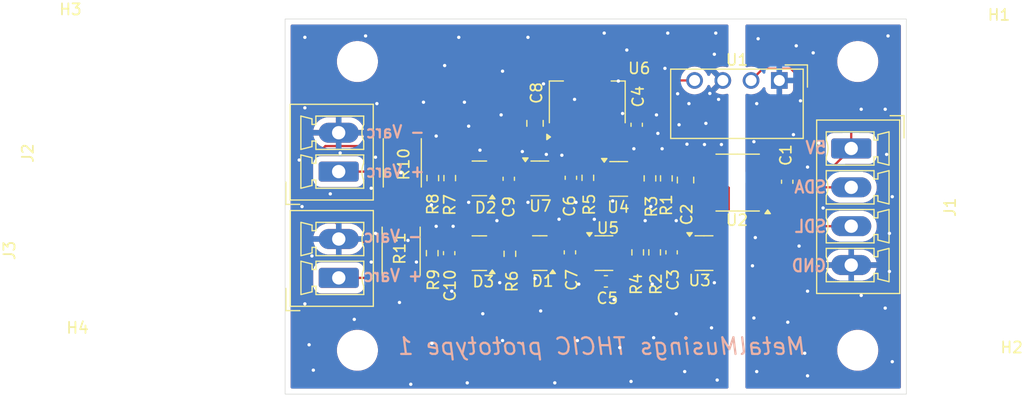
<source format=kicad_pcb>
(kicad_pcb (version 20240108) (generator "pcbnew") (generator_version "8.0")
  (layers (0 "F.Cu" signal) (31 "B.Cu" signal) (34 "B.Paste" user) (35 "F.Paste" user) (36 "B.SilkS" user "B.Silkscreen") (37 "F.SilkS" user "F.Silkscreen") (38 "B.Mask" user) (39 "F.Mask" user) (44 "Edge.Cuts" user))
  (net 0 "")
  (net 1 "GND")
  (net 2 "5V")
  (net 3 "Net-(D1-COM)")
  (net 4 "GND_ISO")
  (net 5 "Net-(U1-+Vout)")
  (net 6 "VCC_ISO")
  (net 7 "Net-(D3-COM)")
  (net 8 "Net-(J1-Pin_2)")
  (net 9 "Net-(J1-Pin_3)")
  (net 10 "Net-(U4-AIN)")
  (net 11 "Net-(U2-SDA2)")
  (net 12 "Net-(U2-SCL2)")
  (net 13 "Net-(U3-AIN)")
  (net 14 "Net-(D2-COM)")
  (net 15 "Net-(J2-Pin_1)")
  (net 16 "Net-(J3-Pin_1)")
  (net 17 "Net-(U7--)")
  (net 18 "Net-(R10-Pad2)")
  (net 19 "Net-(C5-Pad2)")
  (footprint "Package_TO_SOT_SMD:SOT-23-5" (layer "F.Cu") (at 172.4969 96.5708)
    (property "Reference" "U4" (at -0.0309 2.54 0) (layer "F.SilkS"))
    (property "Value" "MCP3221")
    (pad "1" smd roundrect (at -1.1375 -0.95) (size 1.325 0.6) (layers "F.Cu" "F.Paste" "F.Mask") (net 6 "VCC_ISO"))
    (pad "2" smd roundrect (at -1.1375 0) (size 1.325 0.6) (layers "F.Cu" "F.Paste" "F.Mask") (net 4 "GND_ISO"))
    (pad "3" smd roundrect (at -1.1375 0.95) (size 1.325 0.6) (layers "F.Cu" "F.Paste" "F.Mask") (net 10 "Net-(U4-AIN)"))
    (pad "4" smd roundrect (at 1.1375 0.95) (size 1.325 0.6) (layers "F.Cu" "F.Paste" "F.Mask") (net 11 "Net-(U2-SDA2)"))
    (pad "5" smd roundrect (at 1.1375 -0.95) (size 1.325 0.6) (layers "F.Cu" "F.Paste" "F.Mask") (net 12 "Net-(U2-SCL2)"))
  )
  (footprint "Package_TO_SOT_SMD:SOT-23-5" (layer "F.Cu") (at 165.4048 96.52)
    (property "Reference" "U7" (at 0.0508 2.4892 0) (layer "F.SilkS"))
    (property "Value" "LMV321")
    (pad "1" smd roundrect (at -1.1375 -0.95) (size 1.325 0.6) (layers "F.Cu" "F.Paste" "F.Mask") (net 14 "Net-(D2-COM)"))
    (pad "2" smd roundrect (at -1.1375 0) (size 1.325 0.6) (layers "F.Cu" "F.Paste" "F.Mask") (net 4 "GND_ISO"))
    (pad "3" smd roundrect (at -1.1375 0.95) (size 1.325 0.6) (layers "F.Cu" "F.Paste" "F.Mask") (net 17 "Net-(U7--)"))
    (pad "4" smd roundrect (at 1.1375 0.95) (size 1.325 0.6) (layers "F.Cu" "F.Paste" "F.Mask") (net 17 "Net-(U7--)"))
    (pad "5" smd roundrect (at 1.1375 -0.95) (size 1.325 0.6) (layers "F.Cu" "F.Paste" "F.Mask") (net 6 "VCC_ISO"))
  )
  (footprint "MountingHole:MountingHole_3.2mm_M3" (layer "F.Cu") (at 194 86)
    (property "Reference" "H1" (at 12.7 -4.2 0) (layer "F.SilkS"))
    (property "Value" "MountingHole")
    (pad "" np_thru_hole circle (at 0 0) (size 3.2 3.2) (drill 3.2) (layers "*.Cu" "*.Mask"))
  )
  (footprint "Package_TO_SOT_SMD:SOT-23" (layer "F.Cu") (at 165.4025 103.251 180)
    (property "Reference" "D1" (at -0.2563 -2.5146 0) (layer "F.SilkS"))
    (property "Value" "BAT54S/nP")
    (pad "1" smd roundrect (at -0.9375 -0.95 180) (size 1.475 0.6) (layers "F.Cu" "F.Paste" "F.Mask") (net 4 "GND_ISO"))
    (pad "2" smd roundrect (at -0.9375 0.95 180) (size 1.475 0.6) (layers "F.Cu" "F.Paste" "F.Mask") (net 6 "VCC_ISO"))
    (pad "3" smd roundrect (at 0.9375 0 180) (size 1.475 0.6) (layers "F.Cu" "F.Paste" "F.Mask") (net 3 "Net-(D1-COM)"))
  )
  (footprint "Resistor_SMD:R_0603_1608Metric" (layer "F.Cu") (at 175.7325 103.185 90)
    (property "Reference" "R2" (at -2.855 0.1215 90) (layer "F.SilkS"))
    (property "Value" "47")
    (pad "1" smd roundrect (at -0.825 0 90) (size 0.8 0.95) (layers "F.Cu" "F.Paste" "F.Mask") (net 13 "Net-(U3-AIN)"))
    (pad "2" smd roundrect (at 0.825 0 90) (size 0.8 0.95) (layers "F.Cu" "F.Paste" "F.Mask") (net 19 "Net-(C5-Pad2)"))
  )
  (footprint "Capacitor_SMD:C_0603_1608Metric" (layer "F.Cu") (at 177.2565 103.185 -90)
    (property "Reference" "C3" (at 2.474 -0.1215 90) (layer "F.SilkS"))
    (property "Value" "100nF")
    (pad "1" smd roundrect (at -0.775 0 270) (size 0.9 0.95) (layers "F.Cu" "F.Paste" "F.Mask") (net 6 "VCC_ISO"))
    (pad "2" smd roundrect (at 0.775 0 270) (size 0.9 0.95) (layers "F.Cu" "F.Paste" "F.Mask") (net 4 "GND_ISO"))
  )
  (footprint "Capacitor_SMD:C_0603_1608Metric" (layer "F.Cu") (at 162.6108 96.5586 -90)
    (property "Reference" "C9" (at 2.54 0 90) (layer "F.SilkS"))
    (property "Value" "1nF")
    (pad "1" smd roundrect (at -0.775 0 270) (size 0.9 0.95) (layers "F.Cu" "F.Paste" "F.Mask") (net 14 "Net-(D2-COM)"))
    (pad "2" smd roundrect (at 0.775 0 270) (size 0.9 0.95) (layers "F.Cu" "F.Paste" "F.Mask") (net 4 "GND_ISO"))
  )
  (footprint "Package_TO_SOT_SMD:SOT-23" (layer "F.Cu") (at 159.9692 96.52 180)
    (property "Reference" "D2" (at -0.5588 -2.6416 0) (layer "F.SilkS"))
    (property "Value" "BAT54S")
    (pad "1" smd roundrect (at -0.9375 -0.95 180) (size 1.475 0.6) (layers "F.Cu" "F.Paste" "F.Mask") (net 4 "GND_ISO"))
    (pad "2" smd roundrect (at -0.9375 0.95 180) (size 1.475 0.6) (layers "F.Cu" "F.Paste" "F.Mask") (net 6 "VCC_ISO"))
    (pad "3" smd roundrect (at 0.9375 0 180) (size 1.475 0.6) (layers "F.Cu" "F.Paste" "F.Mask") (net 14 "Net-(D2-COM)"))
  )
  (footprint "Capacitor_SMD:C_0805_2012Metric" (layer "F.Cu") (at 178.5112 96.6724 90)
    (property "Reference" "C2" (at -3.0988 0.1016 90) (layer "F.SilkS"))
    (property "Value" "100nF")
    (pad "1" smd roundrect (at -0.95 0 90) (size 1 1.45) (layers "F.Cu" "F.Paste" "F.Mask") (net 6 "VCC_ISO"))
    (pad "2" smd roundrect (at 0.95 0 90) (size 1 1.45) (layers "F.Cu" "F.Paste" "F.Mask") (net 4 "GND_ISO"))
  )
  (footprint "Capacitor_SMD:C_0603_1608Metric" (layer "F.Cu") (at 168.1988 96.4692 -90)
    (property "Reference" "C6" (at 2.54 0.127 90) (layer "F.SilkS"))
    (property "Value" "100nF")
    (pad "1" smd roundrect (at -0.775 0 270) (size 0.9 0.95) (layers "F.Cu" "F.Paste" "F.Mask") (net 6 "VCC_ISO"))
    (pad "2" smd roundrect (at 0.775 0 270) (size 0.9 0.95) (layers "F.Cu" "F.Paste" "F.Mask") (net 4 "GND_ISO"))
  )
  (footprint "MountingHole:MountingHole_3.2mm_M3" (layer "F.Cu") (at 149 86)
    (property "Reference" "H3" (at -25.81 -4.694 0) (layer "F.SilkS"))
    (property "Value" "MountingHole")
    (pad "" np_thru_hole circle (at 0 0) (size 3.2 3.2) (drill 3.2) (layers "*.Cu" "*.Mask"))
  )
  (footprint "Resistor_SMD:R_0603_1608Metric" (layer "F.Cu") (at 169.7228 96.4692 90)
    (property "Reference" "R5" (at -2.413 0.127 90) (layer "F.SilkS"))
    (property "Value" "47")
    (pad "1" smd roundrect (at -0.825 0 90) (size 0.8 0.95) (layers "F.Cu" "F.Paste" "F.Mask") (net 10 "Net-(U4-AIN)"))
    (pad "2" smd roundrect (at 0.825 0 90) (size 0.8 0.95) (layers "F.Cu" "F.Paste" "F.Mask") (net 17 "Net-(U7--)"))
  )
  (footprint "Resistor_SMD:R_0603_1608Metric" (layer "F.Cu") (at 162.7117 103.312 -90)
    (property "Reference" "R6" (at 2.484 -0.1872 90) (layer "F.SilkS"))
    (property "Value" "10k")
    (pad "1" smd roundrect (at -0.825 0 270) (size 0.8 0.95) (layers "F.Cu" "F.Paste" "F.Mask") (net 3 "Net-(D1-COM)"))
    (pad "2" smd roundrect (at 0.825 0 270) (size 0.8 0.95) (layers "F.Cu" "F.Paste" "F.Mask") (net 7 "Net-(D3-COM)"))
  )
  (footprint "Capacitor_SMD:C_0603_1608Metric" (layer "F.Cu") (at 171.3477 105.796)
    (property "Reference" "C5" (at 0.127 1.524 0) (layer "F.SilkS"))
    (property "Value" "nP")
    (pad "1" smd roundrect (at -0.775 0) (size 0.9 0.95) (layers "F.Cu" "F.Paste" "F.Mask") (net 3 "Net-(D1-COM)"))
    (pad "2" smd roundrect (at 0.775 0) (size 0.9 0.95) (layers "F.Cu" "F.Paste" "F.Mask") (net 19 "Net-(C5-Pad2)"))
  )
  (footprint "Resistor_SMD:R_0603_1608Metric" (layer "F.Cu") (at 175.3108 96.52 -90)
    (property "Reference" "R3" (at 2.54 -0.127 90) (layer "F.SilkS"))
    (property "Value" "2k2")
    (pad "1" smd roundrect (at -0.825 0 270) (size 0.8 0.95) (layers "F.Cu" "F.Paste" "F.Mask") (net 6 "VCC_ISO"))
    (pad "2" smd roundrect (at 0.825 0 270) (size 0.8 0.95) (layers "F.Cu" "F.Paste" "F.Mask") (net 12 "Net-(U2-SCL2)"))
  )
  (footprint "Package_SO:SOIC-8_3.9x4.9mm_P1.27mm" (layer "F.Cu") (at 183.199 96.901 180)
    (property "Reference" "U2" (at 0.065 -3.3782 0) (layer "F.SilkS"))
    (property "Value" "ISO1540")
    (pad "1" smd roundrect (at -2.475 -1.905 180) (size 1.95 0.6) (layers "F.Cu" "F.Paste" "F.Mask") (net 2 "5V"))
    (pad "2" smd roundrect (at -2.475 -0.635 180) (size 1.95 0.6) (layers "F.Cu" "F.Paste" "F.Mask") (net 8 "Net-(J1-Pin_2)"))
    (pad "3" smd roundrect (at -2.475 0.635 180) (size 1.95 0.6) (layers "F.Cu" "F.Paste" "F.Mask") (net 9 "Net-(J1-Pin_3)"))
    (pad "4" smd roundrect (at -2.475 1.905 180) (size 1.95 0.6) (layers "F.Cu" "F.Paste" "F.Mask") (net 1 "GND"))
    (pad "5" smd roundrect (at 2.475 1.905 180) (size 1.95 0.6) (layers "F.Cu" "F.Paste" "F.Mask") (net 4 "GND_ISO"))
    (pad "6" smd roundrect (at 2.475 0.635 180) (size 1.95 0.6) (layers "F.Cu" "F.Paste" "F.Mask") (net 12 "Net-(U2-SCL2)"))
    (pad "7" smd roundrect (at 2.475 -0.635 180) (size 1.95 0.6) (layers "F.Cu" "F.Paste" "F.Mask") (net 11 "Net-(U2-SDA2)"))
    (pad "8" smd roundrect (at 2.475 -1.905 180) (size 1.95 0.6) (layers "F.Cu" "F.Paste" "F.Mask") (net 6 "VCC_ISO"))
  )
  (footprint "Package_TO_SOT_SMD:SOT-23" (layer "F.Cu") (at 159.9662 103.256 180)
    (property "Reference" "D3" (at -0.3586 -2.5604 0) (layer "F.SilkS"))
    (property "Value" "BAT54S")
    (pad "1" smd roundrect (at -0.9375 -0.95 180) (size 1.475 0.6) (layers "F.Cu" "F.Paste" "F.Mask") (net 4 "GND_ISO"))
    (pad "2" smd roundrect (at -0.9375 0.95 180) (size 1.475 0.6) (layers "F.Cu" "F.Paste" "F.Mask") (net 6 "VCC_ISO"))
    (pad "3" smd roundrect (at 0.9375 0 180) (size 1.475 0.6) (layers "F.Cu" "F.Paste" "F.Mask") (net 7 "Net-(D3-COM)"))
  )
  (footprint "MountingHole:MountingHole_3.2mm_M3" (layer "F.Cu") (at 149 112)
    (property "Reference" "H4" (at -25.175 -2.018 0) (layer "F.SilkS"))
    (property "Value" "MountingHole")
    (pad "" np_thru_hole circle (at 0 0) (size 3.2 3.2) (drill 3.2) (layers "*.Cu" "*.Mask"))
  )
  (footprint "Resistor_SMD:R_2512_6332Metric" (layer "F.Cu") (at 153.035 95.123 90)
    (property "Reference" "R10" (at -0.127 0.127 90) (layer "F.SilkS"))
    (property "Value" "100k")
    (pad "1" smd roundrect (at -2.9625 0 90) (size 1.225 3.35) (layers "F.Cu" "F.Paste" "F.Mask") (roundrect_rratio 0.204082) (net 15 "Net-(J2-Pin_1)"))
    (pad "2" smd roundrect (at 2.9625 0 90) (size 1.225 3.35) (layers "F.Cu" "F.Paste" "F.Mask") (roundrect_rratio 0.204082) (net 18 "Net-(R10-Pad2)"))
  )
  (footprint "Connector_Phoenix_MC:PhoenixContact_MCV_1,5_2-G-3.5_1x02_P3.50mm_Vertical" (layer "F.Cu") (at 147.3125 95.9105 90)
    (property "Reference" "J2" (at 1.6625 -27.9615 90) (layer "F.SilkS"))
    (property "Value" "Plasma 300V")
    (pad "1" thru_hole roundrect (at 0 0 90) (size 1.8 3.6) (drill 1.2) (layers "*.Cu" "*.Mask") (roundrect_rratio 0.138889) (net 15 "Net-(J2-Pin_1)"))
    (pad "2" thru_hole oval (at 3.5 0 90) (size 1.8 3.6) (drill 1.2) (layers "*.Cu" "*.Mask") (net 4 "GND_ISO"))
  )
  (footprint "Capacitor_SMD:C_0805_2012Metric" (layer "F.Cu") (at 164.973 91.567 -90)
    (property "Reference" "C8" (at -2.733 -0.127 90) (layer "F.SilkS"))
    (property "Value" "22uF Tant")
    (pad "1" smd roundrect (at -0.95 0 270) (size 1 1.45) (layers "F.Cu" "F.Paste" "F.Mask") (net 6 "VCC_ISO"))
    (pad "2" smd roundrect (at 0.95 0 270) (size 1 1.45) (layers "F.Cu" "F.Paste" "F.Mask") (net 4 "GND_ISO"))
  )
  (footprint "Capacitor_SMD:C_0603_1608Metric" (layer "F.Cu") (at 187.6552 96.8248 90)
    (property "Reference" "C1" (at 2.4 -0.127 90) (layer "F.SilkS"))
    (property "Value" "100nF")
    (pad "1" smd roundrect (at -0.775 0 90) (size 0.9 0.95) (layers "F.Cu" "F.Paste" "F.Mask") (net 2 "5V"))
    (pad "2" smd roundrect (at 0.775 0 90) (size 0.9 0.95) (layers "F.Cu" "F.Paste" "F.Mask") (net 1 "GND"))
  )
  (footprint "Capacitor_SMD:C_0603_1608Metric" (layer "F.Cu") (at 174.117 91.694 -90)
    (property "Reference" "C4" (at -2.54 -0.127 90) (layer "F.SilkS"))
    (property "Value" "10uF")
    (pad "1" smd roundrect (at -0.775 0 270) (size 0.9 0.95) (layers "F.Cu" "F.Paste" "F.Mask") (net 5 "Net-(U1-+Vout)"))
    (pad "2" smd roundrect (at 0.775 0 270) (size 0.9 0.95) (layers "F.Cu" "F.Paste" "F.Mask") (net 4 "GND_ISO"))
  )
  (footprint "MountingHole:MountingHole_3.2mm_M3" (layer "F.Cu") (at 194 112)
    (property "Reference" "H2" (at 13.843 -0.254 0) (layer "F.SilkS"))
    (property "Value" "MountingHole")
    (pad "" np_thru_hole circle (at 0 0) (size 3.2 3.2) (drill 3.2) (layers "*.Cu" "*.Mask"))
  )
  (footprint "Package_TO_SOT_SMD:SOT-23-5" (layer "F.Cu") (at 171.166 103.251)
    (property "Reference" "U5" (at 0.37 -2.2606 0) (layer "F.SilkS"))
    (property "Value" "LMV321")
    (pad "1" smd roundrect (at -1.1375 -0.95) (size 1.325 0.6) (layers "F.Cu" "F.Paste" "F.Mask") (net 3 "Net-(D1-COM)"))
    (pad "2" smd roundrect (at -1.1375 0) (size 1.325 0.6) (layers "F.Cu" "F.Paste" "F.Mask") (net 4 "GND_ISO"))
    (pad "3" smd roundrect (at -1.1375 0.95) (size 1.325 0.6) (layers "F.Cu" "F.Paste" "F.Mask") (net 4 "GND_ISO"))
    (pad "4" smd roundrect (at 1.1375 0.95) (size 1.325 0.6) (layers "F.Cu" "F.Paste" "F.Mask") (net 19 "Net-(C5-Pad2)"))
    (pad "5" smd roundrect (at 1.1375 -0.95) (size 1.325 0.6) (layers "F.Cu" "F.Paste" "F.Mask") (net 6 "VCC_ISO"))
  )
  (footprint "Package_TO_SOT_SMD:SOT-223-3_TabPin2" (layer "F.Cu") (at 169.672 89.662 90)
    (property "Reference" "U6" (at 3.048 4.6736 0) (layer "F.SilkS"))
    (property "Value" "AMS1117-5")
    (pad "1" smd roundrect (at -3.15 -2.3 90) (size 2 1.5) (layers "F.Cu" "F.Paste" "F.Mask") (net 4 "GND_ISO"))
    (pad "2" smd roundrect (at -3.15 0 90) (size 2 1.5) (layers "F.Cu" "F.Paste" "F.Mask") (net 6 "VCC_ISO"))
    (pad "2" smd roundrect (at 3.15 0 90) (size 2 3.8) (layers "F.Cu" "F.Paste" "F.Mask") (net 6 "VCC_ISO"))
    (pad "3" smd roundrect (at -3.15 2.3 90) (size 2 1.5) (layers "F.Cu" "F.Paste" "F.Mask") (net 5 "Net-(U1-+Vout)"))
  )
  (footprint "Resistor_SMD:R_0603_1608Metric" (layer "F.Cu") (at 155.7267 103.256 -90)
    (property "Reference" "R9" (at 2.408 -0.1023 90) (layer "F.SilkS"))
    (property "Value" "1k27")
    (pad "1" smd roundrect (at -0.825 0 270) (size 0.8 0.95) (layers "F.Cu" "F.Paste" "F.Mask") (net 7 "Net-(D3-COM)"))
    (pad "2" smd roundrect (at 0.825 0 270) (size 0.8 0.95) (layers "F.Cu" "F.Paste" "F.Mask") (net 4 "GND_ISO"))
  )
  (footprint "Resistor_SMD:R_0603_1608Metric" (layer "F.Cu") (at 155.7782 96.4956 -90)
    (property "Reference" "R8" (at 2.349 0 90) (layer "F.SilkS"))
    (property "Value" "1k27")
    (pad "1" smd roundrect (at -0.825 0 270) (size 0.8 0.95) (layers "F.Cu" "F.Paste" "F.Mask") (net 18 "Net-(R10-Pad2)"))
    (pad "2" smd roundrect (at 0.825 0 270) (size 0.8 0.95) (layers "F.Cu" "F.Paste" "F.Mask") (net 4 "GND_ISO"))
  )
  (footprint "Resistor_SMD:R_2512_6332Metric" (layer "F.Cu") (at 152.9327 103.0875 90)
    (property "Reference" "R11" (at 0.254 -0.127 90) (layer "F.SilkS"))
    (property "Value" "100k")
    (pad "1" smd roundrect (at -2.9625 0 90) (size 1.225 3.35) (layers "F.Cu" "F.Paste" "F.Mask") (roundrect_rratio 0.204082) (net 16 "Net-(J3-Pin_1)"))
    (pad "2" smd roundrect (at 2.9625 0 90) (size 1.225 3.35) (layers "F.Cu" "F.Paste" "F.Mask") (roundrect_rratio 0.204082) (net 7 "Net-(D3-COM)"))
  )
  (footprint "Resistor_SMD:R_0603_1608Metric" (layer "F.Cu") (at 176.784 96.52 -90)
    (property "Reference" "R1" (at 2.413 0 90) (layer "F.SilkS"))
    (property "Value" "2k2")
    (pad "1" smd roundrect (at -0.825 0 270) (size 0.8 0.95) (layers "F.Cu" "F.Paste" "F.Mask") (net 6 "VCC_ISO"))
    (pad "2" smd roundrect (at 0.825 0 270) (size 0.8 0.95) (layers "F.Cu" "F.Paste" "F.Mask") (net 11 "Net-(U2-SDA2)"))
  )
  (footprint "Converter_DCDC:Converter_DCDC_TRACO_TEA1-xxxx_THT" (layer "F.Cu") (at 186.944 87.7045 -90)
    (property "Reference" "U1" (at -1.8525 3.81 0) (layer "F.SilkS"))
    (property "Value" "B0509S-1WR3")
    (pad "1" thru_hole rect (at 0 0 270) (size 1.5 1.5) (drill 1) (layers "*.Cu" "*.Mask") (net 1 "GND"))
    (pad "2" thru_hole circle (at 0 2.54 270) (size 1.5 1.5) (drill 1) (layers "*.Cu" "*.Mask") (net 2 "5V"))
    (pad "3" thru_hole circle (at 0 5.08 270) (size 1.5 1.5) (drill 1) (layers "*.Cu" "*.Mask") (net 4 "GND_ISO"))
    (pad "4" thru_hole circle (at 0 7.62 270) (size 1.5 1.5) (drill 1) (layers "*.Cu" "*.Mask") (net 5 "Net-(U1-+Vout)"))
  )
  (footprint "Resistor_SMD:R_0603_1608Metric" (layer "F.Cu") (at 174.2085 103.185 90)
    (property "Reference" "R4" (at -2.855 -0.1325 90) (layer "F.SilkS"))
    (property "Value" "10k")
    (pad "1" smd roundrect (at -0.825 0 90) (size 0.8 0.95) (layers "F.Cu" "F.Paste" "F.Mask") (net 19 "Net-(C5-Pad2)"))
    (pad "2" smd roundrect (at 0.825 0 90) (size 0.8 0.95) (layers "F.Cu" "F.Paste" "F.Mask") (net 3 "Net-(D1-COM)"))
  )
  (footprint "Connector_Phoenix_MC:PhoenixContact_MCV_1,5_4-G-3.5_1x04_P3.50mm_Vertical" (layer "F.Cu") (at 193.4135 93.8275 -90)
    (property "Reference" "J1" (at 5.293 -8.89 90) (layer "F.SilkS"))
    (property "Value" "Conn_01x04_Pin")
    (pad "1" thru_hole roundrect (at 0 0 270) (size 1.8 3.6) (drill 1.2) (layers "*.Cu" "*.Mask") (roundrect_rratio 0.138889) (net 2 "5V"))
    (pad "2" thru_hole oval (at 3.5 0 270) (size 1.8 3.6) (drill 1.2) (layers "*.Cu" "*.Mask") (net 8 "Net-(J1-Pin_2)"))
    (pad "3" thru_hole oval (at 7 0 270) (size 1.8 3.6) (drill 1.2) (layers "*.Cu" "*.Mask") (net 9 "Net-(J1-Pin_3)"))
    (pad "4" thru_hole oval (at 10.5 0 270) (size 1.8 3.6) (drill 1.2) (layers "*.Cu" "*.Mask") (net 1 "GND"))
  )
  (footprint "Capacitor_SMD:C_0603_1608Metric" (layer "F.Cu") (at 157.2507 103.256 -90)
    (property "Reference" "C10" (at 2.916 -0.0769 90) (layer "F.SilkS"))
    (property "Value" "1nF")
    (pad "1" smd roundrect (at -0.775 0 270) (size 0.9 0.95) (layers "F.Cu" "F.Paste" "F.Mask") (net 7 "Net-(D3-COM)"))
    (pad "2" smd roundrect (at 0.775 0 270) (size 0.9 0.95) (layers "F.Cu" "F.Paste" "F.Mask") (net 4 "GND_ISO"))
  )
  (footprint "Connector_Phoenix_MC:PhoenixContact_MCV_1,5_2-G-3.5_1x02_P3.50mm_Vertical" (layer "F.Cu") (at 147.32 105.481 90)
    (property "Reference" "J3" (at 2.47 -29.62 90) (layer "F.SilkS"))
    (property "Value" "Plasma 300V")
    (pad "1" thru_hole roundrect (at 0 0 90) (size 1.8 3.6) (drill 1.2) (layers "*.Cu" "*.Mask") (roundrect_rratio 0.138889) (net 16 "Net-(J3-Pin_1)"))
    (pad "2" thru_hole oval (at 3.5 0 90) (size 1.8 3.6) (drill 1.2) (layers "*.Cu" "*.Mask") (net 4 "GND_ISO"))
  )
  (footprint "Capacitor_SMD:C_0603_1608Metric" (layer "F.Cu") (at 168.1125 103.185 -90)
    (property "Reference" "C7" (at 2.479 -0.1625 90) (layer "F.SilkS"))
    (property "Value" "nP")
    (pad "1" smd roundrect (at -0.775 0 270) (size 0.9 0.95) (layers "F.Cu" "F.Paste" "F.Mask") (net 3 "Net-(D1-COM)"))
    (pad "2" smd roundrect (at 0.775 0 270) (size 0.9 0.95) (layers "F.Cu" "F.Paste" "F.Mask") (net 4 "GND_ISO"))
  )
  (footprint "Resistor_SMD:R_0603_1608Metric" (layer "F.Cu") (at 157.3022 96.4956 -90)
    (property "Reference" "R7" (at 2.413 0 90) (layer "F.SilkS"))
    (property "Value" "10k")
    (pad "1" smd roundrect (at -0.825 0 270) (size 0.8 0.95) (layers "F.Cu" "F.Paste" "F.Mask") (net 14 "Net-(D2-COM)"))
    (pad "2" smd roundrect (at 0.825 0 270) (size 0.8 0.95) (layers "F.Cu" "F.Paste" "F.Mask") (net 18 "Net-(R10-Pad2)"))
  )
  (footprint "Package_TO_SOT_SMD:SOT-23-5" (layer "F.Cu") (at 180.172 103.251)
    (property "Reference" "U3" (at -0.3908 2.4638 0) (layer "F.SilkS"))
    (property "Value" "MCP3221")
    (pad "1" smd roundrect (at -1.1375 -0.95) (size 1.325 0.6) (layers "F.Cu" "F.Paste" "F.Mask") (net 6 "VCC_ISO"))
    (pad "2" smd roundrect (at -1.1375 0) (size 1.325 0.6) (layers "F.Cu" "F.Paste" "F.Mask") (net 4 "GND_ISO"))
    (pad "3" smd roundrect (at -1.1375 0.95) (size 1.325 0.6) (layers "F.Cu" "F.Paste" "F.Mask") (net 13 "Net-(U3-AIN)"))
    (pad "4" smd roundrect (at 1.1375 0.95) (size 1.325 0.6) (layers "F.Cu" "F.Paste" "F.Mask") (net 11 "Net-(U2-SDA2)"))
    (pad "5" smd roundrect (at 1.1375 -0.95) (size 1.325 0.6) (layers "F.Cu" "F.Paste" "F.Mask") (net 12 "Net-(U2-SCL2)"))
  )
  (gr_rect (start 142.494 82.169) (end 198.374 115.951) (stroke (width 0.05)) (fill none) (layer "Edge.Cuts"))
  (gr_text "MetalMusings THCIC prototype 1" (at 189.484 112.522 0) (layer "B.SilkS") (effects (font (size 1.5 1.5) (thickness 0.2) (bold yes) (italic yes)) (justify left bottom mirror)))
  (gr_text "- Varc\n\n+ Varc\n" (at 155.1432 96.52 0) (layer "B.SilkS") (effects (font (size 1.1 1) (thickness 0.2) (bold yes)) (justify left bottom mirror)))
  (gr_text "- Varc\n\n+ Varc\n" (at 154.94 105.918 0) (layer "B.SilkS") (effects (font (size 1.1 1) (thickness 0.2) (bold yes)) (justify left bottom mirror)))
  (gr_text "5V\n\nSDA\n\nSDL\n\nGND" (at 191.262 105.029 0) (layer "B.SilkS") (effects (font (size 1.1 1) (thickness 0.2) (bold yes)) (justify left bottom mirror)))
  (segment (start 185.674 94.996) (end 186.944 94.996) (width 0.2) (layer "F.Cu") (net 1))
  (segment (start 186.944 87.7045) (end 186.944 94.996) (width 0.2) (layer "F.Cu") (net 1))
  (segment (start 185.674 94.996) (end 186.8046 94.996) (width 0.2) (layer "F.Cu") (net 1))
  (segment (start 186.8046 94.996) (end 187.8076 95.999) (width 0.2) (layer "F.Cu") (net 1))
  (via (at 189.484 95.504) (size 0.6) (drill 0.3) (layers "F.Cu" "B.Cu") (net 1))
  (via (at 196.723 83.693) (size 0.6) (drill 0.3) (layers "F.Cu" "B.Cu") (net 1))
  (via (at 188.468 84.582) (size 0.6) (drill 0.3) (layers "F.Cu" "B.Cu") (net 1))
  (via (at 184.531 104.394) (size 0.6) (drill 0.3) (layers "F.Cu" "B.Cu") (net 1))
  (via (at 188.214 92.583) (size 0.6) (drill 0.3) (layers "F.Cu" "B.Cu") (net 1))
  (via (at 190.881 99.187) (size 0.6) (drill 0.3) (layers "F.Cu" "B.Cu") (net 1))
  (via (at 187.706 109.474) (size 0.6) (drill 0.3) (layers "F.Cu" "B.Cu") (net 1))
  (via (at 184.912 89.789) (size 0.6) (drill 0.3) (layers "F.Cu" "B.Cu") (net 1))
  (via (at 184.658 109.093) (size 0.6) (drill 0.3) (layers "F.Cu" "B.Cu") (net 1))
  (via (at 196.469 90.297) (size 0.6) (drill 0.3) (layers "F.Cu" "B.Cu") (net 1))
  (via (at 196.596 94.361) (size 0.6) (drill 0.3) (layers "F.Cu" "B.Cu") (net 1))
  (via (at 190.5 93.345) (size 0.6) (drill 0.3) (layers "F.Cu" "B.Cu") (net 1))
  (via (at 184.912 113.919) (size 0.6) (drill 0.3) (layers "F.Cu" "B.Cu") (net 1))
  (via (at 189.23 112.268) (size 0.6) (drill 0.3) (layers "F.Cu" "B.Cu") (net 1))
  (via (at 189.484 106.68) (size 0.6) (drill 0.3) (layers "F.Cu" "B.Cu") (net 1))
  (via (at 189.992 85.217) (size 0.6) (drill 0.3) (layers "F.Cu" "B.Cu") (net 1))
  (via (at 197.104 98.171) (size 0.6) (drill 0.3) (layers "F.Cu" "B.Cu") (net 1))
  (via (at 188.849 89.535) (size 0.6) (drill 0.3) (layers "F.Cu" "B.Cu") (net 1))
  (via (at 184.785 101.854) (size 0.6) (drill 0.3) (layers "F.Cu" "B.Cu") (net 1))
  (via (at 196.469 108.204) (size 0.6) (drill 0.3) (layers "F.Cu" "B.Cu") (net 1))
  (via (at 194.31 107.061) (size 0.6) (drill 0.3) (layers "F.Cu" "B.Cu") (net 1))
  (via (at 196.85 101.473) (size 0.6) (drill 0.3) (layers "F.Cu" "B.Cu") (net 1))
  (via (at 194.31 90.297) (size 0.6) (drill 0.3) (layers "F.Cu" "B.Cu") (net 1))
  (via (at 189.484 114.3) (size 0.6) (drill 0.3) (layers "F.Cu" "B.Cu") (net 1))
  (via (at 184.658 93.218) (size 0.6) (drill 0.3) (layers "F.Cu" "B.Cu") (net 1))
  (via (at 196.85 104.902) (size 0.6) (drill 0.3) (layers "F.Cu" "B.Cu") (net 1))
  (via (at 197.104 113.03) (size 0.6) (drill 0.3) (layers "F.Cu" "B.Cu") (net 1))
  (via (at 188.722 102.616) (size 0.6) (drill 0.3) (layers "F.Cu" "B.Cu") (net 1))
  (via (at 185.039 83.947) (size 0.6) (drill 0.3) (layers "F.Cu" "B.Cu") (net 1))
  (segment (start 187.0521 98.3045) (end 186.5506 98.806) (width 0.2) (layer "F.Cu") (net 2))
  (segment (start 185.454 86.6545) (end 184.404 87.7045) (width 0.2) (layer "F.Cu") (net 2))
  (segment (start 188.93 98.311) (end 187.0586 98.311) (width 0.2) (layer "F.Cu") (net 2))
  (segment (start 193.4135 92.074) (end 187.994 86.6545) (width 0.2) (layer "F.Cu") (net 2))
  (segment (start 187.8076 97.549) (end 187.0521 98.3045) (width 0.2) (layer "F.Cu") (net 2))
  (segment (start 193.4135 93.8275) (end 193.4135 92.074) (width 0.2) (layer "F.Cu") (net 2))
  (segment (start 187.994 86.6545) (end 185.454 86.6545) (width 0.2) (layer "F.Cu") (net 2))
  (segment (start 193.4135 93.8275) (end 188.93 98.311) (width 0.2) (layer "F.Cu") (net 2))
  (segment (start 187.0586 98.311) (end 187.0521 98.3045) (width 0.2) (layer "F.Cu") (net 2))
  (segment (start 170.3854 102.301) (end 171.0177 102.9333) (width 0.2) (layer "F.Cu") (net 3))
  (segment (start 171.0177 105.351) (end 170.5727 105.796) (width 0.2) (layer "F.Cu") (net 3))
  (segment (start 173.6352 102.9333) (end 171.0177 102.9333) (width 0.2) (layer "F.Cu") (net 3))
  (segment (start 167.2715 103.251) (end 168.1125 102.41) (width 0.2) (layer "F.Cu") (net 3))
  (segment (start 163.701 102.487) (end 164.465 103.251) (width 0.2) (layer "F.Cu") (net 3))
  (segment (start 171.0177 102.9333) (end 171.0177 105.351) (width 0.2) (layer "F.Cu") (net 3))
  (segment (start 168.1125 102.41) (end 169.9195 102.41) (width 0.2) (layer "F.Cu") (net 3))
  (segment (start 174.2085 102.36) (end 173.6352 102.9333) (width 0.2) (layer "F.Cu") (net 3))
  (segment (start 162.7117 102.487) (end 163.701 102.487) (width 0.2) (layer "F.Cu") (net 3))
  (segment (start 164.465 103.251) (end 167.2715 103.251) (width 0.2) (layer "F.Cu") (net 3))
  (segment (start 147.3125 93.6122) (end 152.591 93.6122) (width 0.2) (layer "F.Cu") (net 4))
  (segment (start 165.68 104.861) (end 161.5587 104.861) (width 0.2) (layer "F.Cu") (net 4))
  (segment (start 167.386 93.218) (end 167.386 94.4372) (width 0.2) (layer "F.Cu") (net 4))
  (segment (start 170.176 106.6235) (end 169.8201 106.2676) (width 0.2) (layer "F.Cu") (net 4))
  (segment (start 169.8201 104.4094) (end 170.0285 104.201) (width 0.2) (layer "F.Cu") (net 4))
  (segment (start 170.0285 103.251) (end 169.7875 103.492) (width 0.2) (layer "F.Cu") (net 4))
  (segment (start 179.3128 93.5848) (end 178.386 92.658) (width 0.2) (layer "F.Cu") (net 4))
  (segment (start 155.7782 98.3742) (end 155.8036 98.3996) (width 0.2) (layer "F.Cu") (net 4))
  (segment (start 154.94 97.3206) (end 155.7782 97.3206) (width 0.2) (layer "F.Cu") (net 4))
  (segment (start 178.222 106.6235) (end 170.176 106.6235) (width 0.2) (layer "F.Cu") (net 4))
  (segment (start 163.5992 96.4976) (end 164.5522 96.4976) (width 0.2) (layer "F.Cu") (net 4))
  (segment (start 154.305 104.056) (end 151.4016 104.056) (width 0.2) (layer "F.Cu") (net 4))
  (segment (start 176.022 92.469) (end 174.117 92.469) (width 0.2) (layer "F.Cu") (net 4))
  (segment (start 177.9655 103.251) (end 177.2565 103.96) (width 0.2) (layer "F.Cu") (net 4))
  (segment (start 179.0345 103.251) (end 177.9655 103.251) (width 0.2) (layer "F.Cu") (net 4))
  (segment (start 161.5587 104.861) (end 160.9037 104.206) (width 0.2) (layer "F.Cu") (net 4))
  (segment (start 178.386 92.658) (end 178.386 92.469) (width 0.2) (layer "F.Cu") (net 4))
  (segment (start 146.113 93.6122) (end 147.3125 93.6122) (width 0.2) (layer "F.Cu") (net 4))
  (segment (start 178.386 91.1825) (end 178.386 92.469) (width 0.2) (layer "F.Cu") (net 4))
  (segment (start 166.34 104.201) (end 165.68 104.861) (width 0.2) (layer "F.Cu") (net 4))
  (segment (start 147.3125 92.4105) (end 147.3125 93.6122) (width 0.2) (layer "F.Cu") (net 4))
  (segment (start 144.8816 94.8436) (end 146.113 93.6122) (width 0.2) (layer "F.Cu") (net 4))
  (segment (start 180.724 94.996) (end 179.3128 93.5848) (width 0.2) (layer "F.Cu") (net 4))
  (segment (start 178.5112 94.3864) (end 178.5112 95.7224) (width 0.2) (layer "F.Cu") (net 4))
  (segment (start 179.3128 93.5848) (end 178.5112 94.3864) (width 0.2) (layer "F.Cu") (net 4))
  (segment (start 166.581 103.96) (end 166.34 104.201) (width 0.2) (layer "F.Cu") (net 4))
  (segment (start 157.2507 104.031) (end 155.7517 104.031) (width 0.2) (layer "F.Cu") (net 4))
  (segment (start 155.8036 98.3996) (end 160.9067 98.3996) (width 0.2) (layer "F.Cu") (net 4))
  (segment (start 149.3266 101.981) (end 147.32 101.981) (width 0.2) (layer "F.Cu") (net 4))
  (segment (start 160.7287 104.031) (end 157.2507 104.031) (width 0.2) (layer "F.Cu") (net 4))
  (segment (start 178.386 92.469) (end 176.022 92.469) (width 0.2) (layer "F.Cu") (net 4))
  (segment (start 169.7875 103.492) (end 169.7875 103.96) (width 0.2) (layer "F.Cu") (net 4))
  (segment (start 154.94 97.3206) (end 152.591 94.9716) (width 0.2) (layer "F.Cu") (net 4))
  (segment (start 180.0298 103.7913) (end 179.4895 103.251) (width 0.2) (layer "F.Cu") (net 4))
  (segment (start 169.258552 96.5708) (end 168.585152 97.2442) (width 0.2) (layer "F.Cu") (net 4))
  (segment (start 155.7782 97.3206) (end 155.7782 98.3742) (width 0.2) (layer "F.Cu") (net 4))
  (segment (start 180.0298 104.8157) (end 180.0298 103.7913) (width 0.2) (layer "F.Cu") (net 4))
  (segment (start 155.7267 104.056) (end 154.305 104.056) (width 0.2) (layer "F.Cu") (net 4))
  (segment (start 168.1125 103.96) (end 166.581 103.96) (width 0.2) (layer "F.Cu") (net 4))
  (segment (start 160.9067 98.3996) (end 160.9067 97.47) (width 0.2) (layer "F.Cu") (net 4))
  (segment (start 180.1114 95.6086) (end 180.724 94.996) (width 0.2) (layer "F.Cu") (net 4))
  (segment (start 147.32 101.981) (end 147.32 100.7793) (width 0.2) (layer "F.Cu") (net 4))
  (segment (start 169.8201 106.2676) (end 169.8201 104.4094) (width 0.2) (layer "F.Cu") (net 4))
  (segment (start 168.585152 97.2442) (end 168.1988 97.2442) (width 0.2) (layer "F.Cu") (net 4))
  (segment (start 169.7875 103.96) (end 168.1125 103.96) (width 0.2) (layer "F.Cu") (net 4))
  (segment (start 180.69475 88.87375) (end 178.386 91.1825) (width 0.2) (layer "F.Cu") (net 4))
  (segment (start 178.6636 95.6086) (end 180.1114 95.6086) (width 0.2) (layer "F.Cu") (net 4))
  (segment (start 162.7632 97.3336) (end 163.5992 96.4976) (width 0.2) (layer "F.Cu") (net 4))
  (segment (start 144.8816 98.3409) (end 144.8816 94.8436) (width 0.2) (layer "F.Cu") (net 4))
  (segment (start 181.864 87.7045) (end 180.69475 88.87375) (width 0.2) (layer "F.Cu") (net 4))
  (segment (start 151.4016 104.056) (end 149.3266 101.981) (width 0.2) (layer "F.Cu") (net 4))
  (segment (start 165.6295 93.1735) (end 164.973 92.517) (width 0.2) (layer "F.Cu") (net 4))
  (segment (start 147.32 100.7793) (end 144.8816 98.3409) (width 0.2) (layer "F.Cu") (net 4))
  (segment (start 152.591 94.9716) (end 152.591 93.6122) (width 0.2) (layer "F.Cu") (net 4))
  (segment (start 166.9156 93.1735) (end 165.6295 93.1735) (width 0.2) (layer "F.Cu") (net 4))
  (segment (start 170.0285 104.201) (end 169.7875 103.96) (width 0.2) (layer "F.Cu") (net 4))
  (segment (start 171.3992 96.5708) (end 169.258552 96.5708) (width 0.2) (layer "F.Cu") (net 4))
  (segment (start 180.0298 104.8157) (end 178.222 106.6235) (width 0.2) (layer "F.Cu") (net 4))
  (via (at 154.94 89.662) (size 0.6) (drill 0.3) (layers "F.Cu" "B.Cu") (net 4))
  (via (at 159.004 91.821) (size 0.6) (drill 0.3) (layers "F.Cu" "B.Cu") (net 4))
  (via (at 173.863 93.853) (size 0.6) (drill 0.3) (layers "F.Cu" "B.Cu") (net 4))
  (via (at 181.737 93.472) (size 0.6) (drill 0.3) (layers "F.Cu" "B.Cu") (net 4))
  (via (at 170.307 100.203) (size 0.6) (drill 0.3) (layers "F.Cu" "B.Cu") (net 4))
  (via (at 177.8 88.9) (size 0.6) (drill 0.3) (layers "F.Cu" "B.Cu") (net 4))
  (via (at 168.656 98.679) (size 0.6) (drill 0.3) (layers "F.Cu" "B.Cu") (net 4))
  (via (at 165.989 94.361) (size 0.6) (drill 0.3) (layers "F.Cu" "B.Cu") (net 4))
  (via (at 153.797 115.062) (size 0.6) (drill 0.3) (layers "F.Cu" "B.Cu") (net 4))
  (via (at 168.783 111.125) (size 0.6) (drill 0.3) (layers "F.Cu" "B.Cu") (net 4))
  (via (at 180.34 91.567) (size 0.6) (drill 0.3) (layers "F.Cu" "B.Cu") (net 4))
  (via (at 173.228 84.963) (size 0.6) (drill 0.3) (layers "F.Cu" "B.Cu") (net 4))
  (via (at 177.673 108.712) (size 0.6) (drill 0.3) (layers "F.Cu" "B.Cu") (net 4))
  (via (at 150.622 101.473) (size 0.6) (drill 0.3) (layers "F.Cu" "B.Cu") (net 4))
  (via (at 175.895 90.805) (size 0.6) (drill 0.3) (layers "F.Cu" "B.Cu") (net 4))
  (via (at 144.653 111.506) (size 0.6) (drill 0.3) (layers "F.Cu" "B.Cu") (net 4))
  (via (at 172.466 87.757) (size 0.6) (drill 0.3) (layers "F.Cu" "B.Cu") (net 4))
  (via (at 157.48 106.68) (size 0.6) (drill 0.3) (layers "F.Cu" "B.Cu") (net 4))
  (via (at 150.241 104.056) (size 0.6) (drill 0.3) (layers "F.Cu" "B.Cu") (net 4))
  (via (at 150.749 89.789) (size 0.6) (drill 0.3) (layers "F.Cu" "B.Cu") (net 4))
  (via (at 168.529 89.408) (size 0.6) (drill 0.3) (layers "F.Cu" "B.Cu") (net 4))
  (via (at 161.798 105.918) (size 0.6) (drill 0.3) (layers "F.Cu" "B.Cu") (net 4))
  (via (at 181.356 114.681) (size 0.6) (drill 0.3) (layers "F.Cu" "B.Cu") (net 4))
  (via (at 161.925 90.805) (size 0.6) (drill 0.3) (layers "F.Cu" "B.Cu") (net 4))
  (via (at 181.229 83.439) (size 0.6) (drill 0.3) (layers "F.Cu" "B.Cu") (net 4))
  (via (at 156.083 92.71) (size 0.6) (drill 0.3) (layers "F.Cu" "B.Cu") (net 4))
  (via (at 144.272 107.823) (size 0.6) (drill 0.3) (layers "F.Cu" "B.Cu") (net 4))
  (via (at 158.115 83.82) (size 0.6) (drill 0.3) (layers "F.Cu" "B.Cu") (net 4))
  (via (at 156.083 100.838) (size 0.6) (drill 0.3) (layers "F.Cu" "B.Cu") (net 4))
  (via (at 154.305 104.056) (size 0.6) (drill 0.3) (layers "F.Cu" "B.Cu") (net 4))
  (via (at 164.338 83.82) (size 0.6) (drill 0.3) (layers "F.Cu" "B.Cu") (net 4))
  (via (at 147.447 94.234) (size 0.6) (drill 0.3) (layers "F.Cu" "B.Cu") (net 4))
  (via (at 175.387 99.06) (size 0.6) (drill 0.3) (layers "F.Cu" "B.Cu") (net 4))
  (via (at 178.435 113.919) (size 0.6) (drill 0.3) (layers "F.Cu" "B.Cu") (net 4))
  (via (at 159.004 98.679) (size 0.6) (drill 0.3) (layers "F.Cu" "B.Cu") (net 4))
  (via (at 180.848 109.982) (size 0.6) (drill 0.3) (layers "F.Cu" "B.Cu") (net 4))
  (via (at 176.657 86.614) (size 0.6) (drill 0.3) (layers "F.Cu" "B.Cu") (net 4))
  (via (at 160.274 108.712) (size 0.6) (drill 0.3) (layers "F.Cu" "B.Cu") (net 4))
  (via (at 175.514 106.045) (size 0.6) (drill 0.3) (layers "F.Cu" "B.Cu") (net 4))
  (via (at 144.272 83.82) (size 0.6) (drill 0.3) (layers "F.Cu" "B.Cu") (net 4))
  (via (at 146.558 97.917) (size 0.6) (drill 0.3) (layers "F.Cu" "B.Cu") (net 4))
  (via (at 173.609 114.808) (size 0.6) (drill 0.3) (layers "F.Cu" "B.Cu") (net 4))
  (via (at 152.908 96.012) (size 0.6) (drill 0.3) (layers "F.Cu" "B.Cu") (net 4))
  (via (at 180.69475 88.87375) (size 0.6) (drill 0.3) (layers "F.Cu" "B.Cu") (net 4))
  (via (at 160.02 93.98) (size 0.6) (drill 0.3) (layers "F.Cu" "B.Cu") (net 4))
  (via (at 174.879 100.33) (size 0.6) (drill 0.3) (layers "F.Cu" "B.Cu") (net 4))
  (via (at 155.6512 98.9076) (size 0.6) (drill 0.3) (layers "F.Cu" "B.Cu") (net 4))
  (via (at 152.781 107.696) (size 0.6) (drill 0.3) (layers "F.Cu" "B.Cu") (net 4))
  (via (at 175.641 110.871) (size 0.6) (drill 0.3) (layers "F.Cu" "B.Cu") (net 4))
  (via (at 165.735 88.011) (size 0.6) (drill 0.3) (layers "F.Cu" "B.Cu") (net 4))
  (via (at 150.622 94.615) (size 0.6) (drill 0.3) (layers "F.Cu" "B.Cu") (net 4))
  (via (at 177.927 91.694) (size 0.6) (drill 0.3) (layers "F.Cu" "B.Cu") (net 4))
  (via (at 156.845 86.36) (size 0.6) (drill 0.3) (layers "F.Cu" "B.Cu") (net 4))
  (via (at 178.638165 93.442078) (size 0.6) (drill 0.3) (layers "F.Cu" "B.Cu") (net 4))
  (via (at 172.593 111.76) (size 0.6) (drill 0.3) (layers "F.Cu" "B.Cu") (net 4))
  (via (at 143.764 94.869) (size 0.6) (drill 0.3) (layers "F.Cu" "B.Cu") (net 4))
  (via (at 181.102 105.918) (size 0.6) (drill 0.3) (layers "F.Cu" "B.Cu") (net 4))
  (via (at 148.717 109.22) (size 0.6) (drill 0.3) (layers "F.Cu" "B.Cu") (net 4))
  (via (at 181.483 89.408) (size 0.6) (drill 0.3) (layers "F.Cu" "B.Cu") (net 4))
  (via (at 168.91 106.045) (size 0.6) (drill 0.3) (layers "F.Cu" "B.Cu") (net 4))
  (via (at 180.213 93.472) (size 0.6) (drill 0.3) (layers "F.Cu" "B.Cu") (net 4))
  (via (at 164.973 105.537) (size 0.6) (drill 0.3) (layers "F.Cu" "B.Cu") (net 4))
  (via (at 155.702 111.379) (size 0.6) (drill 0.3) (layers "F.Cu" "B.Cu") (net 4))
  (via (at 144.272 90.17) (size 0.6) (drill 0.3) (layers "F.Cu" "B.Cu") (net 4))
  (via (at 150.241 97.409) (size 0.6) (drill 0.3) (layers "F.Cu" "B.Cu") (net 4))
  (via (at 177.673 100.33) (size 0.6) (drill 0.3) (layers "F.Cu" "B.Cu") (net 4))
  (via (at 144.907 103.505) (size 0.6) (drill 0.3) (layers "F.Cu" "B.Cu") (net 4))
  (via (at 162.052 111.125) (size 0.6) (drill 0.3) (layers "F.Cu" "B.Cu") (net 4))
  (via (at 153.543 102.108) (size 0.6) (drill 0.3) (layers "F.Cu" "B.Cu") (net 4))
  (via (at 158.877 114.935) (size 0.6) (drill 0.3) (layers "F.Cu" "B.Cu") (net 4))
  (via (at 149.733 83.693) (size 0.6) (drill 0.3) (layers "F.Cu" "B.Cu") (net 4))
  (via (at 161.544 100.33) (size 0.6) (drill 0.3) (layers "F.Cu" "B.Cu") (net 4))
  (via (at 172.085 107.442) (size 0.6) (drill 0.3) (layers "F.Cu" "B.Cu") (net 4))
  (via (at 167.386 94.4372) (size 0.6) (drill 0.3) (layers "F.Cu" "B.Cu") (net 4))
  (via (at 167.132 100.203) (size 0.6) (drill 0.3) (layers "F.Cu" "B.Cu") (net 4))
  (via (at 172.847 90.678) (size 0.6) (drill 0.3) (layers "F.Cu" "B.Cu") (net 4))
  (via (at 158.623 89.662) (size 0.6) (drill 0.3) (layers "F.Cu" "B.Cu") (net 4))
  (via (at 178.816 89.789) (size 0.6) (drill 0.3) (layers "F.Cu" "B.Cu") (net 4))
  (via (at 165.481 108.458) (size 0.6) (drill 0.3) (layers "F.Cu" "B.Cu") (net 4))
  (via (at 166.751 114.935) (size 0.6) (drill 0.3) (layers "F.Cu" "B.Cu") (net 4))
  (via (at 145.034 113.792) (size 0.6) (drill 0.3) (layers "F.Cu" "B.Cu") (net 4))
  (via (at 176.403 93.853) (size 0.6) (drill 0.3) (layers "F.Cu" "B.Cu") (net 4))
  (via (at 181.102 85.344) (size 0.6) (drill 0.3) (layers "F.Cu" "B.Cu") (net 4))
  (via (at 162.052 86.868) (size 0.6) (drill 0.3) (layers "F.Cu" "B.Cu") (net 4))
  (via (at 176.911 83.439) (size 0.6) (drill 0.3) (layers "F.Cu" "B.Cu") (net 4))
  (via (at 157.607 100.838) (size 0.6) (drill 0.3) (layers "F.Cu" "B.Cu") (net 4))
  (via (at 163.83 94.107) (size 0.6) (drill 0.3) (layers "F.Cu" "B.Cu") (net 4))
  (via (at 164.338 98.679) (size 0.6) (drill 0.3) (layers "F.Cu" "B.Cu") (net 4))
  (via (at 176.022 92.469) (size 0.6) (drill 0.3) (layers "F.Cu" "B.Cu") (net 4))
  (via (at 144.018 99.06) (size 0.6) (drill 0.3) (layers "F.Cu" "B.Cu") (net 4))
  (via (at 171.958 98.552) (size 0.6) (drill 0.3) (layers "F.Cu" "B.Cu") (net 4))
  (via (at 171.196 83.439) (size 0.6) (drill 0.3) (layers "F.Cu" "B.Cu") (net 4))
  (segment (start 179.324 87.7045) (end 177.3315 87.7045) (width 0.2) (layer "F.Cu") (net 5))
  (segment (start 177.3315 87.7045) (end 174.117 90.919) (width 0.2) (layer "F.Cu") (net 5))
  (segment (start 171.972 92.812) (end 173.865 90.919) (width 0.2) (layer "F.Cu") (net 5))
  (segment (start 176.504 101.6575) (end 172.947 101.6575) (width 0.2) (layer "F.Cu") (net 6))
  (segment (start 171.6025 101.6) (end 172.3035 102.301) (width 0.2) (layer "F.Cu") (net 6))
  (segment (start 167.041 101.6) (end 171.6025 101.6) (width 0.2) (layer "F.Cu") (net 6))
  (segment (start 171.7857 95.6746) (end 171.7857 95.0159) (width 0.2) (layer "F.Cu") (net 6))
  (segment (start 177.2565 102.41) (end 176.504 101.6575) (width 0.2) (layer "F.Cu") (net 6))
  (segment (start 171.3992 95.6208) (end 172.084952 95.6208) (width 0.2) (layer "F.Cu") (net 6))
  (segment (start 166.9805 90.1205) (end 165.4695 90.1205) (width 0.2) (layer "F.Cu") (net 6))
  (segment (start 165.814 101.775) (end 161.4347 101.775) (width 0.2) (layer "F.Cu") (net 6))
  (segment (start 172.084952 95.6208) (end 172.6184 96.154248) (width 0.2) (layer "F.Cu") (net 6))
  (segment (start 160.9852 95.5476) (end 162.306 94.2268) (width 0.2) (layer "F.Cu") (net 6))
  (segment (start 169.672 92.812) (end 169.672 93.8223) (width 0.2) (layer "F.Cu") (net 6))
  (segment (start 166.9805 90.1205) (end 169.672 92.812) (width 0.2) (layer "F.Cu") (net 6))
  (segment (start 166.34 102.301) (end 167.041 101.6) (width 0.2) (layer "F.Cu") (net 6))
  (segment (start 168.6052 94.8891) (end 171.7857 94.8891) (width 0.2) (layer "F.Cu") (net 6))
  (segment (start 166.9805 89.2035) (end 166.9805 90.1205) (width 0.2) (layer "F.Cu") (net 6))
  (segment (start 180.724 99.7936) (end 179.0345 101.4831) (width 0.2) (layer "F.Cu") (net 6))
  (segment (start 166.8272 95.5476) (end 168.5092 95.5476) (width 0.2) (layer "F.Cu") (net 6))
  (segment (start 172.6184 96.154248) (end 172.6184 101.3289) (width 0.2) (layer "F.Cu") (net 6))
  (segment (start 179.0345 101.4831) (end 179.0345 102.301) (width 0.2) (layer "F.Cu") (net 6))
  (segment (start 174.7764 94.7928) (end 175.7172 95.7336) (width 0.2) (layer "F.Cu") (net 6))
  (segment (start 169.672 93.8223) (end 168.6052 94.8891) (width 0.2) (layer "F.Cu") (net 6))
  (segment (start 180.724 98.806) (end 180.724 99.7936) (width 0.2) (layer "F.Cu") (net 6))
  (segment (start 165.4695 90.1205) (end 164.973 90.617) (width 0.2) (layer "F.Cu") (net 6))
  (segment (start 168.6052 94.8891) (end 168.6052 95.6436) (width 0.2) (layer "F.Cu") (net 6))
  (segment (start 171.7857 94.8891) (end 171.7857 95.6746) (width 0.2) (layer "F.Cu") (net 6))
  (segment (start 172.6184 101.3289) (end 172.947 101.6575) (width 0.2) (layer "F.Cu") (net 6))
  (segment (start 178.7144 97.3336) (end 180.1868 98.806) (width 0.2) (layer "F.Cu") (net 6))
  (segment (start 178.9255 102.41) (end 177.2565 102.41) (width 0.2) (layer "F.Cu") (net 6))
  (segment (start 162.306 93.284) (end 164.973 90.617) (width 0.2) (layer "F.Cu") (net 6))
  (segment (start 169.672 86.512) (end 166.9805 89.2035) (width 0.2) (layer "F.Cu") (net 6))
  (segment (start 161.4347 101.775) (end 160.9037 102.306) (width 0.2) (layer "F.Cu") (net 6))
  (segment (start 162.306 94.2268) (end 162.306 93.284) (width 0.2) (layer "F.Cu") (net 6))
  (segment (start 166.34 102.301) (end 165.814 101.775) (width 0.2) (layer "F.Cu") (net 6))
  (segment (start 171.7857 95.0159) (end 172.0088 94.7928) (width 0.2) (layer "F.Cu") (net 6))
  (segment (start 175.3616 95.7336) (end 176.8348 95.7336) (width 0.2) (layer "F.Cu") (net 6))
  (segment (start 172.0088 94.7928) (end 174.7764 94.7928) (width 0.2) (layer "F.Cu") (net 6))
  (segment (start 172.947 101.6575) (end 172.3035 102.301) (width 0.2) (layer "F.Cu") (net 6))
  (segment (start 155.7267 102.431) (end 157.2007 102.431) (width 0.2) (layer "F.Cu") (net 7))
  (segment (start 153.4207 100.125) (end 155.7267 102.431) (width 0.2) (layer "F.Cu") (net 7))
  (segment (start 157.2507 102.481) (end 158.2537 102.481) (width 0.2) (layer "F.Cu") (net 7))
  (segment (start 158.2537 102.481) (end 159.0287 103.256) (width 0.2) (layer "F.Cu") (net 7))
  (segment (start 159.0287 103.256) (end 161.8307 103.256) (width 0.2) (layer "F.Cu") (net 7))
  (segment (start 161.8307 103.256) (end 162.7117 104.137) (width 0.2) (layer "F.Cu") (net 7))
  (segment (start 184.399 98.465448) (end 184.399 99.146552) (width 0.2) (layer "F.Cu") (net 8))
  (segment (start 190.7508 97.3275) (end 193.4135 97.3275) (width 0.2) (layer "F.Cu") (net 8))
  (segment (start 184.399 99.146552) (end 184.930348 99.6779) (width 0.2) (layer "F.Cu") (net 8))
  (segment (start 184.930348 99.6779) (end 188.4004 99.6779) (width 0.2) (layer "F.Cu") (net 8))
  (segment (start 188.4004 99.6779) (end 190.7508 97.3275) (width 0.2) (layer "F.Cu") (net 8))
  (segment (start 185.328448 97.536) (end 184.399 98.465448) (width 0.2) (layer "F.Cu") (net 8))
  (segment (start 184.699001 96.266) (end 183.999 96.966001) (width 0.2) (layer "F.Cu") (net 9))
  (segment (start 183.999 96.966001) (end 183.999 99.312238) (width 0.2) (layer "F.Cu") (net 9))
  (segment (start 185.674 96.266) (end 184.699001 96.266) (width 0.2) (layer "F.Cu") (net 9))
  (segment (start 183.999 99.312238) (end 185.514262 100.8275) (width 0.2) (layer "F.Cu") (net 9))
  (segment (start 185.514262 100.8275) (end 193.4135 100.8275) (width 0.2) (layer "F.Cu") (net 9))
  (segment (start 171.3992 97.5208) (end 169.9494 97.5208) (width 0.2) (layer "F.Cu") (net 10))
  (segment (start 174.0607 97.5746) (end 174.5817 98.0956) (width 0.2) (layer "F.Cu") (net 11))
  (segment (start 180.1876 97.536) (end 179.499 96.8474) (width 0.15) (layer "F.Cu") (net 11))
  (segment (start 176.1228 98.0956) (end 175.9204 98.0956) (width 0.2) (layer "F.Cu") (net 11))
  (segment (start 180.724 97.536) (end 180.1876 97.536) (width 0.2) (layer "F.Cu") (net 11))
  (segment (start 181.069552 97.536) (end 181.999 98.465448) (width 0.2) (layer "F.Cu") (net 11))
  (segment (start 181.999 98.465448) (end 181.999 99.146552) (width 0.2) (layer "F.Cu") (net 11))
  (segment (start 176.8348 97.3836) (end 176.1228 98.0956) (width 0.2) (layer "F.Cu") (net 11))
  (segment (start 180.3447 103.2362) (end 181.3095 104.201) (width 0.2) (layer "F.Cu") (net 11))
  (segment (start 181.999 99.146552) (end 181.739552 99.406) (width 0.2) (layer "F.Cu") (net 11))
  (segment (start 177.371 96.8474) (end 176.8348 97.3836) (width 0.15) (layer "F.Cu") (net 11))
  (segment (start 181.714314 99.406) (end 180.3447 100.775614) (width 0.2) (layer "F.Cu") (net 11))
  (segment (start 181.739552 99.406) (end 181.714314 99.406) (width 0.2) (layer "F.Cu") (net 11))
  (segment (start 174.5817 98.0956) (end 175.9204 98.0956) (width 0.2) (layer "F.Cu") (net 11))
  (segment (start 179.499 96.8474) (end 177.371 96.8474) (width 0.15) (layer "F.Cu") (net 11))
  (segment (start 180.3447 100.775614) (end 180.3447 103.2362) (width 0.2) (layer "F.Cu") (net 11))
  (segment (start 181.3095 100.3765) (end 181.88 99.806) (width 0.2) (layer "F.Cu") (net 12))
  (segment (start 175.3616 96.9755) (end 174.9521 96.566) (width 0.2) (layer "F.Cu") (net 12))
  (segment (start 174.0607 95.6746) (end 174.9521 96.566) (width 0.2) (layer "F.Cu") (net 12))
  (segment (start 176.228643 96.516557) (end 177.136157 96.516557) (width 0.2) (layer "F.Cu") (net 12))
  (segment (start 180.724 96.266) (end 180.4926 96.4974) (width 0.15) (layer "F.Cu") (net 12))
  (segment (start 177.155314 96.4974) (end 177.136157 96.516557) (width 0.15) (layer "F.Cu") (net 12))
  (segment (start 181.905238 99.806) (end 182.399 99.312238) (width 0.2) (layer "F.Cu") (net 12))
  (segment (start 175.3616 97.3836) (end 176.228643 96.516557) (width 0.2) (layer "F.Cu") (net 12))
  (segment (start 181.3095 102.301) (end 181.3095 100.3765) (width 0.2) (layer "F.Cu") (net 12))
  (segment (start 181.88 99.806) (end 181.905238 99.806) (width 0.2) (layer "F.Cu") (net 12))
  (segment (start 182.399 97.3726) (end 181.2924 96.266) (width 0.2) (layer "F.Cu") (net 12))
  (segment (start 182.399 99.312238) (end 182.399 97.3726) (width 0.2) (layer "F.Cu") (net 12))
  (segment (start 180.4926 96.4974) (end 177.155314 96.4974) (width 0.15) (layer "F.Cu") (net 12))
  (segment (start 175.3616 97.3836) (end 175.3616 96.9755) (width 0.2) (layer "F.Cu") (net 12))
  (segment (start 176.4527 104.7302) (end 178.5053 104.7302) (width 0.2) (layer "F.Cu") (net 13))
  (segment (start 175.7325 104.01) (end 176.4527 104.7302) (width 0.2) (layer "F.Cu") (net 13))
  (segment (start 178.5053 104.7302) (end 179.0345 104.201) (width 0.2) (layer "F.Cu") (net 13))
  (segment (start 159.0317 96.3014) (end 159.0317 96.52) (width 0.2) (layer "F.Cu") (net 14))
  (segment (start 162.9992 95.5476) (end 164.5522 95.5476) (width 0.2) (layer "F.Cu") (net 14))
  (segment (start 162.0268 96.52) (end 162.7632 95.7836) (width 0.2) (layer "F.Cu") (net 14))
  (segment (start 157.3022 95.6706) (end 158.5579 95.6706) (width 0.2) (layer "F.Cu") (net 14))
  (segment (start 159.1102 96.2229) (end 159.1102 96.4976) (width 0.2) (layer "F.Cu") (net 14))
  (segment (start 159.0317 96.52) (end 162.0268 96.52) (width 0.2) (layer "F.Cu") (net 14))
  (segment (start 158.5579 95.6706) (end 159.1102 96.2229) (width 0.2) (layer "F.Cu") (net 14))
  (segment (start 159.1102 96.2229) (end 159.0317 96.3014) (width 0.2) (layer "F.Cu") (net 14))
  (segment (start 147.3125 95.9105) (end 150.86 95.9105) (width 0.2) (layer "F.Cu") (net 15))
  (segment (start 150.86 95.9105) (end 153.035 98.0855) (width 0.2) (layer "F.Cu") (net 15))
  (segment (start 152.3637 105.481) (end 152.9327 106.05) (width 0.2) (layer "F.Cu") (net 16))
  (segment (start 147.32 105.481) (end 152.3637 105.481) (width 0.2) (layer "F.Cu") (net 16))
  (segment (start 167.5681 96.4442) (end 166.5423 97.47) (width 0.2) (layer "F.Cu") (net 17))
  (segment (start 166.5423 97.47) (end 164.2673 97.47) (width 0.2) (layer "F.Cu") (net 17))
  (segment (start 169.472496 95.6442) (end 168.672496 96.4442) (width 0.2) (layer "F.Cu") (net 17))
  (segment (start 168.672496 96.4442) (end 167.5681 96.4442) (width 0.2) (layer "F.Cu") (net 17))
  (segment (start 157.3022 97.3206) (end 155.7782 95.7966) (width 0.2) (layer "F.Cu") (net 18))
  (segment (start 155.7782 94.9037) (end 153.035 92.1605) (width 0.2) (layer "F.Cu") (net 18))
  (segment (start 155.7782 95.6706) (end 155.7782 94.9037) (width 0.2) (layer "F.Cu") (net 18))
  (segment (start 172.1227 104.3818) (end 172.1227 105.796) (width 0.2) (layer "F.Cu") (net 19))
  (segment (start 174.2085 104.01) (end 172.4945 104.01) (width 0.2) (layer "F.Cu") (net 19))
  (segment (start 175.7325 102.36) (end 174.2085 103.884) (width 0.2) (layer "F.Cu") (net 19))
  (zone (net 0) (net_name "") (layer "F.Cu") (connect_pads (clearance 0)) (min_thickness 0.25)
    (keepout (tracks allowed) (vias allowed) (pads allowed) (copperpour not_allowed) (footprints allowed))
    (fill (thermal_gap 0.5) (thermal_bridge_width 0.5) (island_removal_mode 1) (island_area_min 10))
    (polygon (pts (xy 181.61 95.504) (xy 181.229 98.298) (xy 180.594 103.124) (xy 181.229 104.267) (xy 182.753 104.14) (xy 183.134 95.123)))
  )
  (zone (net 0) (net_name "") (layer "F.Cu") (connect_pads (clearance 0)) (min_thickness 0.25)
    (keepout (tracks allowed) (vias allowed) (pads allowed) (copperpour not_allowed) (footprints allowed))
    (fill (thermal_gap 0.5) (thermal_bridge_width 0.5) (island_removal_mode 1) (island_area_min 10))
    (polygon (pts (xy 172.8216 95.7458) (xy 177.1396 95.695) (xy 177.1904 97.3206) (xy 172.6692 97.5238)))
  )
  (zone (net 0) (net_name "") (layer "F.Cu") (connect_pads (clearance 0)) (min_thickness 0.25)
    (keepout (tracks allowed) (vias allowed) (pads allowed) (copperpour not_allowed) (footprints allowed))
    (fill (thermal_gap 0.5) (thermal_bridge_width 0.5) (island_removal_mode 1) (island_area_min 10))
    (polygon (pts (xy 166.7764 89.916) (xy 168.402 91.3892) (xy 165.4048 91.8464) (xy 165.7604 90.2716)))
  )
  (zone (net 0) (net_name "") (layer "F.Cu") (connect_pads (clearance 0)) (min_thickness 0.25)
    (keepout (tracks allowed) (vias allowed) (pads allowed) (copperpour not_allowed) (footprints allowed))
    (fill (thermal_gap 0.5) (thermal_bridge_width 0.5) (island_removal_mode 1) (island_area_min 10))
    (polygon (pts (xy 164.4142 96.0506) (xy 167.2082 95.9236) (xy 167.0812 97.0666) (xy 164.6682 97.0666)))
  )
  (zone (net 4) (net_name "GND_ISO") (layers "F&B.Cu") (priority 1) (connect_pads (clearance 0.5)) (min_thickness 0.25) (fill yes (thermal_gap 0.5) (thermal_bridge_width 0.5) (island_removal_mode 1) (island_area_min 10))
    (polygon (pts (xy 182.372 82.169) (xy 182.372 115.951) (xy 142.494 115.951) (xy 142.494 82.169)))
  )
  (zone (net 1) (net_name "GND") (layers "F&B.Cu") (connect_pads (clearance 0.5)) (min_thickness 0.25) (fill yes (thermal_gap 0.5) (thermal_bridge_width 0.5) (island_removal_mode 1) (island_area_min 10))
    (polygon (pts (xy 183.896 82.169) (xy 198.374 82.169) (xy 198.374 115.951) (xy 183.896 115.951)))
  )
)
</source>
